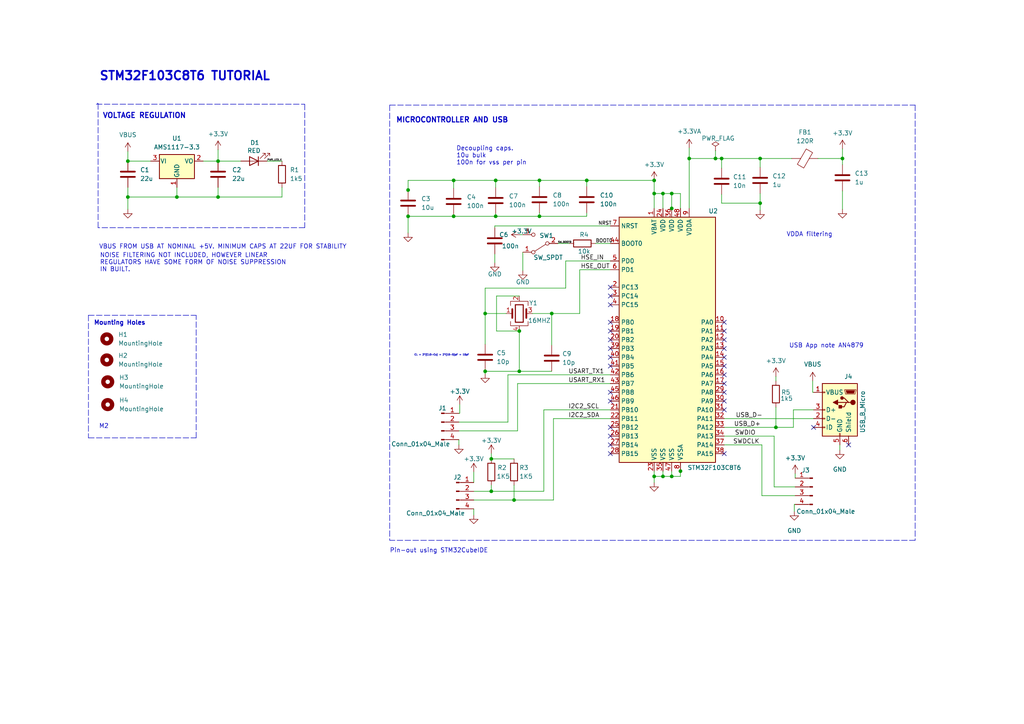
<source format=kicad_sch>
(kicad_sch (version 20211123) (generator eeschema)
  (paper "A4")
  (title_block (title "STM32F103C8T6 BOARD DESIGN") (date "12/08/2022") (company "GALLANT TECHNOLOGIES"))
  (lib_symbols
    (symbol "Connector:Conn_01x04_Male" (pin_names (offset 1.016) hide)
      (property "Reference" "J" (at 0 5.08 0))
      (property "Value" "Conn_01x04_Male" (at 0 -7.62 0))
      (symbol "Conn_01x04_Male_1_1"
        (polyline (pts (xy 1.27 -5.08) (xy 0.8636 -5.08)) (stroke (width 0.1524)))
        (polyline (pts (xy 1.27 -2.54) (xy 0.8636 -2.54)) (stroke (width 0.1524)))
        (polyline (pts (xy 1.27 0) (xy 0.8636 0)) (stroke (width 0.1524)))
        (polyline (pts (xy 1.27 2.54) (xy 0.8636 2.54)) (stroke (width 0.1524)))
        (rectangle (start 0.8636 -4.953) (end 0 -5.207) (stroke (width 0.1524)) (fill (type outline)))
        (rectangle (start 0.8636 -2.413) (end 0 -2.667) (stroke (width 0.1524)) (fill (type outline)))
        (rectangle (start 0.8636 0.127) (end 0 -0.127) (stroke (width 0.1524)) (fill (type outline)))
        (rectangle (start 0.8636 2.667) (end 0 2.413) (stroke (width 0.1524)) (fill (type outline)))
        (pin passive line (at 5.08 2.54 180) (length 3.81) (name "Pin_1") (number "1"))
        (pin passive line (at 5.08 0 180) (length 3.81) (name "Pin_2") (number "2"))
        (pin passive line (at 5.08 -2.54 180) (length 3.81) (name "Pin_3") (number "3"))
        (pin passive line (at 5.08 -5.08 180) (length 3.81) (name "Pin_4") (number "4"))
      )
    )
    (symbol "Connector:USB_B_Micro" (pin_names (offset 1.016))
      (property "Reference" "J" (at -5.08 11.43 0))
      (property "Value" "USB_B_Micro" (at -5.08 8.89 0))
      (symbol "USB_B_Micro_0_1"
        (rectangle (start -5.08 -7.62) (end 5.08 7.62) (stroke (width 0.254)) (fill (type background)))
        (circle (center -3.81 2.159) (radius 0.635) (stroke (width 0.254)) (fill (type outline)))
        (circle (center -0.635 3.429) (radius 0.381) (stroke (width 0.254)) (fill (type outline)))
        (rectangle (start -0.127 -7.62) (end 0.127 -6.858))
        (polyline (pts (xy -1.905 2.159) (xy 0.635 2.159)) (stroke (width 0.254)))
        (polyline (pts (xy -3.175 2.159) (xy -2.54 2.159) (xy -1.27 3.429) (xy -0.635 3.429)) (stroke (width 0.254)))
        (polyline (pts (xy -2.54 2.159) (xy -1.905 2.159) (xy -1.27 0.889) (xy 0 0.889)) (stroke (width 0.254)))
        (polyline (pts (xy 0.635 2.794) (xy 0.635 1.524) (xy 1.905 2.159) (xy 0.635 2.794)) (stroke (width 0.254)) (fill (type outline)))
        (polyline (pts (xy -4.318 5.588) (xy -1.778 5.588) (xy -2.032 4.826) (xy -4.064 4.826) (xy -4.318 5.588)) (fill (type outline)))
        (polyline (pts (xy -4.699 5.842) (xy -4.699 5.588) (xy -4.445 4.826) (xy -4.445 4.572) (xy -1.651 4.572) (xy -1.651 4.826) (xy -1.397 5.588) (xy -1.397 5.842) (xy -4.699 5.842)))
        (rectangle (start 0.254 1.27) (end -0.508 0.508) (stroke (width 0.254)) (fill (type outline)))
        (rectangle (start 5.08 -5.207) (end 4.318 -4.953))
        (rectangle (start 5.08 -2.667) (end 4.318 -2.413))
        (rectangle (start 5.08 -0.127) (end 4.318 0.127))
        (rectangle (start 5.08 4.953) (end 4.318 5.207))
      )
      (symbol "USB_B_Micro_1_1"
        (pin power_out line (at 7.62 5.08 180) (length 2.54) (name "VBUS") (number "1"))
        (pin bidirectional line (at 7.62 -2.54 180) (length 2.54) (name "D-") (number "2"))
        (pin bidirectional line (at 7.62 0 180) (length 2.54) (name "D+") (number "3"))
        (pin passive line (at 7.62 -5.08 180) (length 2.54) (name "ID") (number "4"))
        (pin power_out line (at 0 -10.16 90) (length 2.54) (name "GND") (number "5"))
        (pin passive line (at -2.54 -10.16 90) (length 2.54) (name "Shield") (number "6"))
      )
    )
    (symbol "Device:C" (pin_numbers hide) (pin_names (offset 0.254))
      (property "Reference" "C" (at 0.635 2.54 0))
      (property "Value" "C" (at 0.635 -2.54 0))
      (symbol "C_0_1"
        (polyline (pts (xy -2.032 -0.762) (xy 2.032 -0.762)) (stroke (width 0.508)))
        (polyline (pts (xy -2.032 0.762) (xy 2.032 0.762)) (stroke (width 0.508)))
      )
      (symbol "C_1_1"
        (pin passive line (at 0 3.81 270) (length 2.794) (name "~") (number "1"))
        (pin passive line (at 0 -3.81 90) (length 2.794) (name "~") (number "2"))
      )
    )
    (symbol "Device:Crystal_GND24" (pin_names (offset 1.016) hide)
      (property "Reference" "Y" (at 3.175 5.08 0))
      (property "Value" "Crystal_GND24" (at 3.175 3.175 0))
      (symbol "Crystal_GND24_0_1"
        (rectangle (start -1.143 2.54) (end 1.143 -2.54) (stroke (width 0.3048)))
        (polyline (pts (xy -2.54 0) (xy -2.032 0)))
        (polyline (pts (xy -2.032 -1.27) (xy -2.032 1.27)) (stroke (width 0.508)))
        (polyline (pts (xy 0 -3.81) (xy 0 -3.556)))
        (polyline (pts (xy 0 3.556) (xy 0 3.81)))
        (polyline (pts (xy 2.032 -1.27) (xy 2.032 1.27)) (stroke (width 0.508)))
        (polyline (pts (xy 2.032 0) (xy 2.54 0)))
        (polyline (pts (xy -2.54 -2.286) (xy -2.54 -3.556) (xy 2.54 -3.556) (xy 2.54 -2.286)))
        (polyline (pts (xy -2.54 2.286) (xy -2.54 3.556) (xy 2.54 3.556) (xy 2.54 2.286)))
      )
      (symbol "Crystal_GND24_1_1"
        (pin passive line (at -3.81 0 0) (length 1.27) (name "1") (number "1"))
        (pin passive line (at 0 5.08 270) (length 1.27) (name "2") (number "2"))
        (pin passive line (at 3.81 0 180) (length 1.27) (name "3") (number "3"))
        (pin passive line (at 0 -5.08 90) (length 1.27) (name "4") (number "4"))
      )
    )
    (symbol "Device:FerriteBead" (pin_numbers hide) (pin_names (offset 0))
      (property "Reference" "FB" (at -3.81 0.635 90))
      (property "Value" "FerriteBead" (at 3.81 0 90))
      (symbol "FerriteBead_0_1"
        (polyline (pts (xy 0 -1.27) (xy 0 -1.2192)))
        (polyline (pts (xy 0 1.27) (xy 0 1.2954)))
        (polyline (pts (xy -2.7686 0.4064) (xy -1.7018 2.2606) (xy 2.7686 -0.3048) (xy 1.6764 -2.159) (xy -2.7686 0.4064)))
      )
      (symbol "FerriteBead_1_1"
        (pin passive line (at 0 3.81 270) (length 2.54) (name "~") (number "1"))
        (pin passive line (at 0 -3.81 90) (length 2.54) (name "~") (number "2"))
      )
    )
    (symbol "Device:LED" (pin_numbers hide) (pin_names (offset 1.016) hide)
      (property "Reference" "D" (at 0 2.54 0))
      (property "Value" "LED" (at 0 -2.54 0))
      (symbol "LED_0_1"
        (polyline (pts (xy -1.27 -1.27) (xy -1.27 1.27)) (stroke (width 0.254)))
        (polyline (pts (xy -1.27 0) (xy 1.27 0)))
        (polyline (pts (xy 1.27 -1.27) (xy 1.27 1.27) (xy -1.27 0) (xy 1.27 -1.27)) (stroke (width 0.254)))
        (polyline (pts (xy -3.048 -0.762) (xy -4.572 -2.286) (xy -3.81 -2.286) (xy -4.572 -2.286) (xy -4.572 -1.524)))
        (polyline (pts (xy -1.778 -0.762) (xy -3.302 -2.286) (xy -2.54 -2.286) (xy -3.302 -2.286) (xy -3.302 -1.524)))
      )
      (symbol "LED_1_1"
        (pin passive line (at -3.81 0 0) (length 2.54) (name "K") (number "1"))
        (pin passive line (at 3.81 0 180) (length 2.54) (name "A") (number "2"))
      )
    )
    (symbol "Device:R" (pin_numbers hide) (pin_names (offset 0))
      (property "Reference" "R" (at 2.032 0 90))
      (property "Value" "R" (at 0 0 90))
      (symbol "R_0_1"
        (rectangle (start -1.016 -2.54) (end 1.016 2.54) (stroke (width 0.254)))
      )
      (symbol "R_1_1"
        (pin passive line (at 0 3.81 270) (length 1.27) (name "~") (number "1"))
        (pin passive line (at 0 -3.81 90) (length 1.27) (name "~") (number "2"))
      )
    )
    (symbol "MCU_ST_STM32F1:STM32F103C8Tx"
      (property "Reference" "U" (at -15.24 36.83 0))
      (property "Value" "STM32F103C8Tx" (at 7.62 36.83 0))
      (symbol "STM32F103C8Tx_0_1"
        (rectangle (start -15.24 -35.56) (end 12.7 35.56) (stroke (width 0.254)) (fill (type background)))
      )
      (symbol "STM32F103C8Tx_1_1"
        (pin power_in line (at -5.08 38.1 270) (length 2.54) (name "VBAT") (number "1"))
        (pin bidirectional line (at 15.24 5.08 180) (length 2.54) (name "PA0") (number "10"))
        (pin bidirectional line (at 15.24 2.54 180) (length 2.54) (name "PA1") (number "11"))
        (pin bidirectional line (at 15.24 0 180) (length 2.54) (name "PA2") (number "12"))
        (pin bidirectional line (at 15.24 -2.54 180) (length 2.54) (name "PA3") (number "13"))
        (pin bidirectional line (at 15.24 -5.08 180) (length 2.54) (name "PA4") (number "14"))
        (pin bidirectional line (at 15.24 -7.62 180) (length 2.54) (name "PA5") (number "15"))
        (pin bidirectional line (at 15.24 -10.16 180) (length 2.54) (name "PA6") (number "16"))
        (pin bidirectional line (at 15.24 -12.7 180) (length 2.54) (name "PA7") (number "17"))
        (pin bidirectional line (at -17.78 5.08 0) (length 2.54) (name "PB0") (number "18"))
        (pin bidirectional line (at -17.78 2.54 0) (length 2.54) (name "PB1") (number "19"))
        (pin bidirectional line (at -17.78 15.24 0) (length 2.54) (name "PC13") (number "2"))
        (pin bidirectional line (at -17.78 0 0) (length 2.54) (name "PB2") (number "20"))
        (pin bidirectional line (at -17.78 -20.32 0) (length 2.54) (name "PB10") (number "21"))
        (pin bidirectional line (at -17.78 -22.86 0) (length 2.54) (name "PB11") (number "22"))
        (pin power_in line (at -5.08 -38.1 90) (length 2.54) (name "VSS") (number "23"))
        (pin power_in line (at -2.54 38.1 270) (length 2.54) (name "VDD") (number "24"))
        (pin bidirectional line (at -17.78 -25.4 0) (length 2.54) (name "PB12") (number "25"))
        (pin bidirectional line (at -17.78 -27.94 0) (length 2.54) (name "PB13") (number "26"))
        (pin bidirectional line (at -17.78 -30.48 0) (length 2.54) (name "PB14") (number "27"))
        (pin bidirectional line (at -17.78 -33.02 0) (length 2.54) (name "PB15") (number "28"))
        (pin bidirectional line (at 15.24 -15.24 180) (length 2.54) (name "PA8") (number "29"))
        (pin bidirectional line (at -17.78 12.7 0) (length 2.54) (name "PC14") (number "3"))
        (pin bidirectional line (at 15.24 -17.78 180) (length 2.54) (name "PA9") (number "30"))
        (pin bidirectional line (at 15.24 -20.32 180) (length 2.54) (name "PA10") (number "31"))
        (pin bidirectional line (at 15.24 -22.86 180) (length 2.54) (name "PA11") (number "32"))
        (pin bidirectional line (at 15.24 -25.4 180) (length 2.54) (name "PA12") (number "33"))
        (pin bidirectional line (at 15.24 -27.94 180) (length 2.54) (name "PA13") (number "34"))
        (pin power_in line (at -2.54 -38.1 90) (length 2.54) (name "VSS") (number "35"))
        (pin power_in line (at 0 38.1 270) (length 2.54) (name "VDD") (number "36"))
        (pin bidirectional line (at 15.24 -30.48 180) (length 2.54) (name "PA14") (number "37"))
        (pin bidirectional line (at 15.24 -33.02 180) (length 2.54) (name "PA15") (number "38"))
        (pin bidirectional line (at -17.78 -2.54 0) (length 2.54) (name "PB3") (number "39"))
        (pin bidirectional line (at -17.78 10.16 0) (length 2.54) (name "PC15") (number "4"))
        (pin bidirectional line (at -17.78 -5.08 0) (length 2.54) (name "PB4") (number "40"))
        (pin bidirectional line (at -17.78 -7.62 0) (length 2.54) (name "PB5") (number "41"))
        (pin bidirectional line (at -17.78 -10.16 0) (length 2.54) (name "PB6") (number "42"))
        (pin bidirectional line (at -17.78 -12.7 0) (length 2.54) (name "PB7") (number "43"))
        (pin input line (at -17.78 27.94 0) (length 2.54) (name "BOOT0") (number "44"))
        (pin bidirectional line (at -17.78 -15.24 0) (length 2.54) (name "PB8") (number "45"))
        (pin bidirectional line (at -17.78 -17.78 0) (length 2.54) (name "PB9") (number "46"))
        (pin power_in line (at 0 -38.1 90) (length 2.54) (name "VSS") (number "47"))
        (pin power_in line (at 2.54 38.1 270) (length 2.54) (name "VDD") (number "48"))
        (pin input line (at -17.78 22.86 0) (length 2.54) (name "PD0") (number "5"))
        (pin input line (at -17.78 20.32 0) (length 2.54) (name "PD1") (number "6"))
        (pin input line (at -17.78 33.02 0) (length 2.54) (name "NRST") (number "7"))
        (pin power_in line (at 2.54 -38.1 90) (length 2.54) (name "VSSA") (number "8"))
        (pin power_in line (at 5.08 38.1 270) (length 2.54) (name "VDDA") (number "9"))
      )
    )
    (symbol "Mechanical:MountingHole" (pin_names (offset 1.016))
      (property "Reference" "H" (at 0 5.08 0))
      (property "Value" "MountingHole" (at 0 3.175 0))
      (symbol "MountingHole_0_1"
        (circle (center 0 0) (radius 1.27) (stroke (width 1.27)))
      )
    )
    (symbol "Regulator_Linear:AMS1117-3.3" (pin_names (offset 0.254))
      (property "Reference" "U" (at -3.81 3.175 0))
      (property "Value" "AMS1117-3.3" (at 0 3.175 0))
      (symbol "AMS1117-3.3_0_1"
        (rectangle (start -5.08 -5.08) (end 5.08 1.905) (stroke (width 0.254)) (fill (type background)))
      )
      (symbol "AMS1117-3.3_1_1"
        (pin power_in line (at 0 -7.62 90) (length 2.54) (name "GND") (number "1"))
        (pin power_out line (at 7.62 0 180) (length 2.54) (name "VO") (number "2"))
        (pin power_in line (at -7.62 0 0) (length 2.54) (name "VI") (number "3"))
      )
    )
    (symbol "Switch:SW_SPDT" (pin_names (offset 0) hide)
      (property "Reference" "SW" (at 0 4.318 0))
      (property "Value" "SW_SPDT" (at 0 -5.08 0))
      (symbol "SW_SPDT_0_0"
        (circle (center -2.032 0) (radius 0.508))
        (circle (center 2.032 -2.54) (radius 0.508))
      )
      (symbol "SW_SPDT_0_1"
        (polyline (pts (xy -1.524 0.254) (xy 1.651 2.286)))
        (circle (center 2.032 2.54) (radius 0.508))
      )
      (symbol "SW_SPDT_1_1"
        (pin passive line (at 5.08 2.54 180) (length 2.54) (name "A") (number "1"))
        (pin passive line (at -5.08 0 0) (length 2.54) (name "B") (number "2"))
        (pin passive line (at 5.08 -2.54 180) (length 2.54) (name "C") (number "3"))
      )
    )
    (symbol "power:+3.3V" (power) (pin_names (offset 0))
      (property "Value" "+3.3V" (at 0 3.556 0))
      (symbol "+3.3V_0_1"
        (polyline (pts (xy -0.762 1.27) (xy 0 2.54)))
        (polyline (pts (xy 0 0) (xy 0 2.54)))
        (polyline (pts (xy 0 2.54) (xy 0.762 1.27)))
      )
      (symbol "+3.3V_1_1"
        (pin power_in line (at 0 0 90) (length 0) hide (name "+3.3V") (number "1"))
      )
    )
    (symbol "power:+3.3VA" (power) (pin_names (offset 0))
      (property "Value" "+3.3VA" (at 0 3.556 0))
      (symbol "+3.3VA_0_1"
        (polyline (pts (xy -0.762 1.27) (xy 0 2.54)))
        (polyline (pts (xy 0 0) (xy 0 2.54)))
        (polyline (pts (xy 0 2.54) (xy 0.762 1.27)))
      )
      (symbol "+3.3VA_1_1"
        (pin power_in line (at 0 0 90) (length 0) hide (name "+3.3VA") (number "1"))
      )
    )
    (symbol "power:GND" (power) (pin_names (offset 0))
      (property "Value" "GND" (at 0 -3.81 0))
      (symbol "GND_0_1"
        (polyline (pts (xy 0 0) (xy 0 -1.27) (xy 1.27 -1.27) (xy 0 -2.54) (xy -1.27 -1.27) (xy 0 -1.27)))
      )
      (symbol "GND_1_1"
        (pin power_in line (at 0 0 270) (length 0) hide (name "GND") (number "1"))
      )
    )
    (symbol "power:PWR_FLAG" (power) (pin_numbers hide) (pin_names (offset 0) hide)
      (property "Value" "PWR_FLAG" (at 0 3.81 0))
      (symbol "PWR_FLAG_0_0"
        (pin power_out line (at 0 0 90) (length 0) (name "pwr") (number "1"))
      )
      (symbol "PWR_FLAG_0_1"
        (polyline (pts (xy 0 0) (xy 0 1.27) (xy -1.016 1.905) (xy 0 2.54) (xy 1.016 1.905) (xy 0 1.27)))
      )
    )
    (symbol "power:VBUS" (power) (pin_names (offset 0))
      (property "Value" "VBUS" (at 0 3.81 0))
      (symbol "VBUS_0_1"
        (polyline (pts (xy -0.762 1.27) (xy 0 2.54)))
        (polyline (pts (xy 0 0) (xy 0 2.54)))
        (polyline (pts (xy 0 2.54) (xy 0.762 1.27)))
      )
      (symbol "VBUS_1_1"
        (pin power_in line (at 0 0 90) (length 0) hide (name "VBUS") (number "1"))
      )
    )
  )
  (junction (at 142.494 142.494))
  (junction (at 192.278 56.134))
  (junction (at 143.764 52.324))
  (junction (at 131.572 52.324))
  (junction (at 194.818 138.176))
  (junction (at 220.472 58.928))
  (junction (at 37.084 57.15))
  (junction (at 199.898 45.974))
  (junction (at 194.818 60.452))
  (junction (at 63.246 46.736))
  (junction (at 156.464 62.738))
  (junction (at 225.044 123.952))
  (junction (at 170.18 52.324))
  (junction (at 189.738 56.134))
  (junction (at 189.738 52.324))
  (junction (at 150.622 107.696))
  (junction (at 63.246 57.15))
  (junction (at 244.348 45.974))
  (junction (at 197.358 136.652))
  (junction (at 51.308 57.15))
  (junction (at 131.572 62.738))
  (junction (at 150.622 96.012))
  (junction (at 149.098 145.034))
  (junction (at 140.716 90.932))
  (junction (at 194.818 56.134))
  (junction (at 118.364 55.118))
  (junction (at 192.278 138.176))
  (junction (at 156.464 52.324))
  (junction (at 220.472 45.974))
  (junction (at 142.494 133.096))
  (junction (at 37.084 46.736))
  (junction (at 209.296 45.974))
  (junction (at 143.764 62.738))
  (junction (at 118.364 62.738))
  (junction (at 189.738 138.176))
  (junction (at 160.02 90.932))
  (junction (at 140.716 107.696))
  (junction (at 207.518 45.974))
  (no_connect (at 177.038 93.472))
  (no_connect (at 246.126 129.032))
  (no_connect (at 177.038 131.572))
  (no_connect (at 177.038 116.332))
  (no_connect (at 177.038 96.012))
  (no_connect (at 210.058 98.552))
  (no_connect (at 177.038 101.092))
  (no_connect (at 177.038 106.172))
  (no_connect (at 177.038 83.312))
  (no_connect (at 177.038 88.392))
  (no_connect (at 177.038 123.952))
  (no_connect (at 177.038 113.792))
  (no_connect (at 210.058 108.712))
  (no_connect (at 210.058 118.872))
  (no_connect (at 177.038 126.492))
  (no_connect (at 210.058 101.092))
  (no_connect (at 210.058 113.792))
  (no_connect (at 177.038 129.032))
  (no_connect (at 235.966 123.952))
  (no_connect (at 210.058 103.632))
  (no_connect (at 210.058 93.472))
  (no_connect (at 210.058 131.572))
  (no_connect (at 210.058 116.332))
  (no_connect (at 177.038 85.852))
  (no_connect (at 210.058 106.172))
  (no_connect (at 177.038 98.552))
  (no_connect (at 210.058 111.252))
  (no_connect (at 177.038 103.632))
  (no_connect (at 210.058 96.012))
  (wire (pts (xy 63.246 57.15) (xy 63.246 54.356)))
  (wire (pts (xy 156.464 52.324) (xy 143.764 52.324)))
  (wire (pts (xy 160.02 90.932) (xy 160.02 100.076)))
  (wire (pts (xy 144.018 85.852) (xy 144.018 96.012)))
  (wire (pts (xy 189.738 136.652) (xy 189.738 138.176)))
  (wire (pts (xy 189.738 56.134) (xy 192.278 56.134)))
  (wire (pts (xy 244.348 43.18) (xy 244.348 45.974)))
  (wire (pts (xy 210.058 129.032) (xy 220.98 129.032)))
  (wire (pts (xy 194.818 138.176) (xy 197.358 138.176)))
  (wire (pts (xy 197.358 138.176) (xy 197.358 136.652)))
  (wire (pts (xy 164.084 75.692) (xy 177.038 75.692)))
  (polyline (pts (xy 56.896 127) (xy 56.896 91.44)))
  (wire (pts (xy 37.084 43.942) (xy 37.084 46.736)))
  (wire (pts (xy 142.494 140.716) (xy 142.494 142.494)))
  (wire (pts (xy 220.472 45.974) (xy 229.616 45.974)))
  (wire (pts (xy 230.632 143.764) (xy 220.98 143.764)))
  (wire (pts (xy 81.788 54.356) (xy 81.788 57.15)))
  (wire (pts (xy 189.738 138.176) (xy 192.278 138.176)))
  (wire (pts (xy 142.494 142.494) (xy 137.414 142.494)))
  (wire (pts (xy 143.764 62.738) (xy 156.464 62.738)))
  (wire (pts (xy 207.518 45.974) (xy 209.296 45.974)))
  (wire (pts (xy 192.278 138.176) (xy 194.818 138.176)))
  (wire (pts (xy 192.278 56.134) (xy 194.818 56.134)))
  (wire (pts (xy 194.818 56.134) (xy 194.818 60.452)))
  (wire (pts (xy 164.084 83.566) (xy 164.084 75.692)))
  (wire (pts (xy 137.414 136.906) (xy 137.414 139.954)))
  (wire (pts (xy 51.308 54.356) (xy 51.308 57.15)))
  (polyline (pts (xy 28.448 29.972) (xy 28.194 29.972)))
  (wire (pts (xy 209.296 45.974) (xy 220.472 45.974)))
  (wire (pts (xy 143.764 52.324) (xy 143.764 54.356)))
  (wire (pts (xy 150.114 111.252) (xy 177.038 111.252)))
  (wire (pts (xy 118.364 55.118) (xy 118.364 55.372)))
  (wire (pts (xy 150.622 96.012) (xy 150.622 107.696)))
  (wire (pts (xy 170.18 52.324) (xy 170.18 54.102)))
  (wire (pts (xy 157.734 118.872) (xy 157.734 142.494)))
  (polyline (pts (xy 27.94 30.226) (xy 88.392 30.226)))
  (polyline (pts (xy 28.448 66.04) (xy 28.448 29.972)))
  (polyline (pts (xy 25.654 91.44) (xy 56.896 91.44)))
  (wire (pts (xy 230.378 146.304) (xy 230.632 146.304)))
  (wire (pts (xy 224.536 126.492) (xy 224.536 141.224)))
  (wire (pts (xy 207.518 43.688) (xy 207.518 45.974)))
  (wire (pts (xy 118.364 62.738) (xy 118.364 67.564)))
  (wire (pts (xy 225.044 123.952) (xy 230.124 123.952)))
  (wire (pts (xy 189.738 56.134) (xy 189.738 60.452)))
  (wire (pts (xy 199.898 42.926) (xy 199.898 45.974)))
  (wire (pts (xy 151.638 73.152) (xy 151.638 78.486)))
  (wire (pts (xy 63.246 43.434) (xy 63.246 46.736)))
  (wire (pts (xy 172.72 70.612) (xy 177.038 70.612)))
  (wire (pts (xy 143.764 52.324) (xy 131.572 52.324)))
  (wire (pts (xy 210.058 126.492) (xy 224.536 126.492)))
  (wire (pts (xy 160.528 121.412) (xy 177.038 121.412)))
  (wire (pts (xy 170.18 52.324) (xy 156.464 52.324)))
  (wire (pts (xy 150.114 111.252) (xy 150.114 124.968)))
  (wire (pts (xy 150.114 124.968) (xy 133.096 124.968)))
  (wire (pts (xy 220.472 58.928) (xy 220.472 60.96)))
  (wire (pts (xy 225.044 109.22) (xy 225.044 110.49)))
  (wire (pts (xy 118.364 52.324) (xy 118.364 55.118)))
  (wire (pts (xy 244.348 55.372) (xy 244.348 60.706)))
  (wire (pts (xy 235.966 118.872) (xy 230.124 118.872)))
  (wire (pts (xy 131.572 62.23) (xy 131.572 62.738)))
  (wire (pts (xy 168.148 90.932) (xy 168.148 78.232)))
  (wire (pts (xy 189.992 52.324) (xy 189.738 52.324)))
  (wire (pts (xy 189.738 52.324) (xy 170.18 52.324)))
  (wire (pts (xy 150.622 85.852) (xy 144.018 85.852)))
  (wire (pts (xy 133.35 117.348) (xy 133.35 119.888)))
  (wire (pts (xy 157.734 142.494) (xy 142.494 142.494)))
  (wire (pts (xy 140.716 107.696) (xy 140.716 107.442)))
  (wire (pts (xy 160.02 90.932) (xy 168.148 90.932)))
  (wire (pts (xy 209.296 56.388) (xy 209.296 58.928)))
  (polyline (pts (xy 25.654 91.44) (xy 25.654 127)))
  (wire (pts (xy 160.02 107.696) (xy 150.622 107.696)))
  (wire (pts (xy 235.712 113.792) (xy 235.966 113.792)))
  (polyline (pts (xy 265.43 30.48) (xy 265.43 156.718)))
  (wire (pts (xy 237.236 45.974) (xy 244.348 45.974)))
  (wire (pts (xy 37.084 57.15) (xy 51.308 57.15)))
  (wire (pts (xy 118.364 62.738) (xy 131.572 62.738)))
  (wire (pts (xy 230.632 141.224) (xy 224.536 141.224)))
  (wire (pts (xy 140.716 90.932) (xy 140.716 99.822)))
  (wire (pts (xy 154.432 90.932) (xy 160.02 90.932)))
  (wire (pts (xy 149.098 140.716) (xy 149.098 145.034)))
  (wire (pts (xy 160.528 121.412) (xy 160.528 145.034)))
  (wire (pts (xy 194.818 60.452) (xy 194.818 60.706)))
  (wire (pts (xy 143.764 61.976) (xy 143.764 62.738)))
  (wire (pts (xy 149.098 145.034) (xy 137.414 145.034)))
  (polyline (pts (xy 113.03 30.48) (xy 265.43 30.48)))
  (wire (pts (xy 220.472 45.974) (xy 220.472 48.514)))
  (wire (pts (xy 140.716 83.566) (xy 164.084 83.566)))
  (wire (pts (xy 209.296 45.974) (xy 209.296 48.768)))
  (wire (pts (xy 150.622 107.696) (xy 140.716 107.696)))
  (wire (pts (xy 189.738 138.176) (xy 189.738 139.954)))
  (wire (pts (xy 225.044 118.11) (xy 225.044 123.952)))
  (wire (pts (xy 157.734 118.872) (xy 177.038 118.872)))
  (wire (pts (xy 168.148 78.232) (xy 177.038 78.232)))
  (polyline (pts (xy 88.392 30.226) (xy 88.392 66.04)))
  (wire (pts (xy 131.572 52.324) (xy 131.572 54.61)))
  (wire (pts (xy 63.246 57.15) (xy 81.788 57.15)))
  (wire (pts (xy 147.32 122.428) (xy 133.096 122.428)))
  (wire (pts (xy 142.494 133.096) (xy 149.098 133.096)))
  (wire (pts (xy 131.572 62.738) (xy 143.764 62.738)))
  (wire (pts (xy 144.018 96.012) (xy 150.622 96.012)))
  (wire (pts (xy 131.572 52.324) (xy 118.364 52.324)))
  (wire (pts (xy 243.586 129.032) (xy 243.586 130.556)))
  (wire (pts (xy 194.818 136.652) (xy 194.818 138.176)))
  (polyline (pts (xy 113.03 30.48) (xy 113.03 156.718)))
  (wire (pts (xy 140.716 90.932) (xy 140.716 83.566)))
  (wire (pts (xy 199.898 60.452) (xy 199.898 45.974)))
  (wire (pts (xy 156.464 61.722) (xy 156.464 62.738)))
  (wire (pts (xy 230.378 146.304) (xy 230.378 148.336)))
  (wire (pts (xy 192.278 56.134) (xy 192.278 60.452)))
  (wire (pts (xy 197.358 136.652) (xy 197.358 136.398)))
  (wire (pts (xy 142.494 131.572) (xy 142.494 133.096)))
  (polyline (pts (xy 88.392 66.04) (xy 28.448 66.04)))
  (wire (pts (xy 58.928 46.736) (xy 63.246 46.736)))
  (wire (pts (xy 160.528 145.034) (xy 149.098 145.034)))
  (wire (pts (xy 143.51 65.532) (xy 177.038 65.532)))
  (wire (pts (xy 161.798 70.612) (xy 165.1 70.612)))
  (wire (pts (xy 140.716 107.696) (xy 140.716 108.458)))
  (wire (pts (xy 230.632 137.414) (xy 230.632 138.684)))
  (wire (pts (xy 197.358 56.134) (xy 197.358 60.452)))
  (wire (pts (xy 235.712 110.49) (xy 235.712 113.792)))
  (wire (pts (xy 133.35 119.888) (xy 133.096 119.888)))
  (wire (pts (xy 230.124 118.872) (xy 230.124 123.952)))
  (wire (pts (xy 210.058 121.412) (xy 235.966 121.412)))
  (wire (pts (xy 156.464 62.738) (xy 170.18 62.738)))
  (wire (pts (xy 192.278 136.652) (xy 192.278 138.176)))
  (polyline (pts (xy 25.654 127) (xy 56.896 127)))
  (wire (pts (xy 209.296 58.928) (xy 220.472 58.928)))
  (wire (pts (xy 143.51 73.66) (xy 143.51 76.2)))
  (wire (pts (xy 156.464 52.324) (xy 156.464 54.102)))
  (wire (pts (xy 210.058 123.952) (xy 225.044 123.952)))
  (wire (pts (xy 140.716 90.932) (xy 146.812 90.932)))
  (wire (pts (xy 77.47 46.736) (xy 81.788 46.736)))
  (wire (pts (xy 137.414 147.574) (xy 137.414 149.352)))
  (wire (pts (xy 37.084 54.356) (xy 37.084 57.15)))
  (polyline (pts (xy 265.43 156.718) (xy 113.03 156.718)))
  (wire (pts (xy 37.084 57.15) (xy 37.084 60.706)))
  (wire (pts (xy 194.818 56.134) (xy 197.358 56.134)))
  (wire (pts (xy 143.51 65.532) (xy 143.51 66.04)))
  (wire (pts (xy 147.32 108.712) (xy 147.32 122.428)))
  (wire (pts (xy 63.246 46.736) (xy 69.85 46.736)))
  (wire (pts (xy 170.18 61.722) (xy 170.18 62.738)))
  (wire (pts (xy 147.32 108.712) (xy 177.038 108.712)))
  (wire (pts (xy 51.308 57.15) (xy 63.246 57.15)))
  (wire (pts (xy 244.348 45.974) (xy 244.348 47.752)))
  (wire (pts (xy 189.738 52.324) (xy 189.738 56.134)))
  (wire (pts (xy 150.876 68.072) (xy 151.638 68.072)))
  (wire (pts (xy 220.98 129.032) (xy 220.98 143.764)))
  (wire (pts (xy 133.096 127.508) (xy 133.096 129.032)))
  (wire (pts (xy 37.084 46.736) (xy 43.688 46.736)))
  (wire (pts (xy 220.472 58.928) (xy 220.472 56.134)))
  (wire (pts (xy 199.898 45.974) (xy 207.518 45.974)))
  (text "VDDA filtering" (at 228.092 68.834 0) (effects (font (size 1.27 1.27)) (justify left bottom)))
  (text "MICROCONTROLLER AND USB" (at 114.808 35.814 0) (effects (font (size 1.5 1.5) (thickness 0.3) bold) (justify left bottom)))
  (text "Pin-out using STM32CubeIDE" (at 113.03 160.528 0) (effects (font (size 1.27 1.27)) (justify left bottom)))
  (text "Mounting Holes" (at 27.178 94.488 0) (effects (font (size 1.27 1.27) (thickness 0.254) bold) (justify left bottom)))
  (text "VOLTAGE REGULATION" (at 29.718 34.544 0) (effects (font (size 1.5 1.5) (thickness 0.3) bold) (justify left bottom)))
  (text "NOISE FILTERING NOT INCLUDED, HOWEVER LINEAR\nREGULATORS HAVE SOME FORM OF NOISE SUPPRESSION\nIN BUILT." (at 28.956 78.994 0) (effects (font (size 1.27 1.27)) (justify left bottom)))
  (text "CL = 2*(CLO-Cs) = 2*(10-5)pF = 10pF" (at 120.142 103.378 0) (effects (font (size 0.5 0.5)) (justify left bottom)))
  (text "USB App note AN4879" (at 228.854 101.092 0) (effects (font (size 1.27 1.27)) (justify left bottom)))
  (text "Decoupling caps.\n10u bulk\n100n for vss per pin" (at 132.334 48.006 0) (effects (font (size 1.27 1.27)) (justify left bottom)))
  (text "M2" (at 28.702 124.46 0) (effects (font (size 1.27 1.27)) (justify left bottom)))
  (text "VBUS FROM USB AT NOMINAL +5V. MINIMUM CAPS AT 22UF FOR STABILITY" (at 28.702 72.39 0) (effects (font (size 1.27 1.27)) (justify left bottom)))
  (text "STM32F103C8T6 TUTORIAL" (at 28.702 23.622 0) (effects (font (size 2.5 2.5) (thickness 0.5) bold) (justify left bottom)))
  (label "HSE_OUT" (at 168.402 78.232 0))
  (label "USB_D-" (at 213.36 121.412 0))
  (label "I2C2_SDA" (at 164.846 121.412 0))
  (label "SW_BOOT0" (at 161.798 70.612 0) (effects (font (size 0.5 0.5))))
  (label "PWR_LED_K" (at 77.47 46.736 0) (effects (font (size 0.5 0.5))))
  (label "NRST" (at 173.482 65.532 0) (effects (font (size 1 1))))
  (label "SWDIO" (at 213.106 126.492 0))
  (label "USB_D+" (at 212.852 123.952 0))
  (label "HSE_IN" (at 168.402 75.692 0))
  (label "USART_RX1" (at 164.846 111.252 0))
  (label "USART_TX1" (at 164.846 108.712 0))
  (label "BOOT0" (at 172.72 70.612 0) (effects (font (size 1 1))))
  (label "I2C2_SCL" (at 164.846 118.872 0))
  (label "SWDCLK" (at 212.598 129.032 0))
  (symbol (lib_id "Device:R") (at 225.044 114.3 0) (unit 1)
    (property "Reference" "R5" (at 226.568 113.792 0) (effects (justify left)))
    (property "Value" "1k5" (at 226.314 115.57 0) (effects (justify left)))
    (property "Footprint" "Resistor_SMD:R_0402_1005Metric" (effects hide))
  )
  (symbol (lib_id "Device:R") (at 81.788 50.546 0) (unit 1)
    (property "Reference" "R1" (at 84.074 49.2759 0) (effects (justify left)))
    (property "Value" "1k5" (at 84.074 51.8159 0) (effects (justify left)))
    (property "Footprint" "Resistor_SMD:R_0402_1005Metric" (effects hide))
  )
  (symbol (lib_id "power:GND") (at 37.084 60.706 0) (unit 1)
    (property "Reference" "#PWR02" (effects hide))
    (property "Value" "GND" (effects hide))
  )
  (symbol (lib_id "Device:C") (at 143.51 69.85 0) (unit 1)
    (property "Reference" "C6" (at 144.78 68.072 0) (effects (justify left)))
    (property "Value" "100n" (at 145.542 71.374 0) (effects (justify left)))
    (property "Footprint" "Capacitor_SMD:C_0402_1005Metric" (effects hide))
  )
  (symbol (lib_id "power:VBUS") (at 37.084 43.942 0) (unit 1)
    (property "Reference" "#PWR01" (effects hide))
    (property "Value" "VBUS" (at 37.084 39.116 0))
  )
  (symbol (lib_id "Device:R") (at 149.098 136.906 0) (unit 1)
    (property "Reference" "R3" (at 150.622 135.636 0) (effects (justify left)))
    (property "Value" "1K5" (at 150.622 138.176 0) (effects (justify left)))
    (property "Footprint" "Resistor_SMD:R_0402_1005Metric" (effects hide))
  )
  (symbol (lib_id "power:GND") (at 151.638 78.486 0) (unit 1)
    (property "Reference" "#PWR012" (effects hide))
    (property "Value" "GND" (at 151.638 81.788 0))
  )
  (symbol (lib_id "Connector:Conn_01x04_Male") (at 128.016 122.428 0) (unit 1)
    (property "Reference" "J1" (at 129.54 118.364 0) (effects (justify right)))
    (property "Value" "Conn_01x04_Male" (at 130.556 128.778 0) (effects (justify right)))
    (property "Footprint" "Connector_PinHeader_2.54mm:PinHeader_1x04_P2.54mm_Vertical" (effects hide))
  )
  (symbol (lib_id "power:+3.3V") (at 133.35 117.348 0) (unit 1)
    (property "Reference" "#PWR06" (effects hide))
    (property "Value" "+3.3V" (at 133.35 113.538 0))
  )
  (symbol (lib_id "power:+3.3V") (at 225.044 109.22 0) (unit 1)
    (property "Reference" "#PWR018" (effects hide))
    (property "Value" "+3.3V" (at 225.044 104.648 0))
  )
  (symbol (lib_id "power:+3.3V") (at 244.348 43.18 0) (unit 1)
    (property "Reference" "#PWR016" (effects hide))
    (property "Value" "+3.3V" (at 244.348 38.608 0))
  )
  (symbol (lib_id "power:GND") (at 140.716 108.458 0) (unit 1)
    (property "Reference" "#PWR09" (effects hide))
    (property "Value" "GND" (effects hide))
  )
  (symbol (lib_id "Mechanical:MountingHole") (at 31.242 110.744 0) (unit 1)
    (property "Reference" "H3" (at 34.544 109.4739 0) (effects (justify left)))
    (property "Value" "MountingHole" (at 34.544 112.0139 0) (effects (justify left)))
    (property "Footprint" "MountingHole:MountingHole_2.2mm_M2" (effects hide))
  )
  (symbol (lib_id "Device:Crystal_GND24") (at 150.622 90.932 0) (unit 1)
    (property "Reference" "Y1" (at 154.686 87.884 0))
    (property "Value" "16MHZ" (at 156.464 92.964 0))
    (property "Footprint" "Crystal:Crystal_SMD_3225-4Pin_3.2x2.5mm" (effects hide))
  )
  (symbol (lib_id "Device:C") (at 143.764 58.166 0) (unit 1)
    (property "Reference" "C7" (at 147.574 56.8959 0) (effects (justify left)))
    (property "Value" "100n" (at 147.574 59.4359 0) (effects (justify left)))
    (property "Footprint" "Capacitor_SMD:C_0402_1005Metric" (effects hide))
  )
  (symbol (lib_id "Mechanical:MountingHole") (at 30.988 98.298 0) (unit 1)
    (property "Reference" "H1" (at 34.29 97.0279 0) (effects (justify left)))
    (property "Value" "MountingHole" (at 34.29 99.5679 0) (effects (justify left)))
    (property "Footprint" "MountingHole:MountingHole_2.2mm_M2" (effects hide))
  )
  (symbol (lib_id "Device:C") (at 140.716 103.632 0) (unit 1)
    (property "Reference" "C5" (at 144.018 102.3619 0) (effects (justify left)))
    (property "Value" "10p" (at 144.018 104.9019 0) (effects (justify left)))
    (property "Footprint" "Capacitor_SMD:C_0402_1005Metric" (effects hide))
  )
  (symbol (lib_id "power:+3.3V") (at 189.738 52.324 0) (unit 1)
    (property "Reference" "#PWR014" (effects hide))
    (property "Value" "+3.3V" (at 189.738 47.752 0))
  )
  (symbol (lib_id "Device:C") (at 156.464 57.912 0) (unit 1)
    (property "Reference" "C8" (at 160.274 56.6419 0) (effects (justify left)))
    (property "Value" "100n" (at 160.274 59.1819 0) (effects (justify left)))
    (property "Footprint" "Capacitor_SMD:C_0402_1005Metric" (effects hide))
  )
  (symbol (lib_id "power:GND") (at 133.096 129.032 0) (unit 1)
    (property "Reference" "#PWR05" (effects hide))
    (property "Value" "GND" (effects hide))
  )
  (symbol (lib_id "power:GND") (at 244.348 60.706 0) (unit 1)
    (property "Reference" "#PWR024" (effects hide))
    (property "Value" "GND" (effects hide))
  )
  (symbol (lib_id "Device:R") (at 142.494 136.906 0) (unit 1)
    (property "Reference" "R2" (at 144.272 135.636 0) (effects (justify left)))
    (property "Value" "1K5" (at 144.018 138.176 0) (effects (justify left)))
    (property "Footprint" "Resistor_SMD:R_0402_1005Metric" (effects hide))
  )
  (symbol (lib_id "power:GND") (at 230.378 148.336 0) (unit 1)
    (property "Reference" "#PWR019" (effects hide))
    (property "Value" "GND" (at 230.378 153.924 0))
  )
  (symbol (lib_id "Regulator_Linear:AMS1117-3.3") (at 51.308 46.736 0) (unit 1)
    (property "Reference" "U1" (at 51.308 40.132 0))
    (property "Value" "AMS1117-3.3" (at 51.308 42.672 0))
    (property "Footprint" "Package_TO_SOT_SMD:SOT-223-3_TabPin2" (effects hide))
    (property "Datasheet" "http://www.advanced-monolithic.com/pdf/ds1117.pdf" (effects hide))
  )
  (symbol (lib_id "power:GND") (at 137.414 149.352 0) (unit 1)
    (property "Reference" "#PWR08" (effects hide))
    (property "Value" "GND" (effects hide))
  )
  (symbol (lib_id "power:GND") (at 243.586 130.556 0) (unit 1)
    (property "Reference" "#PWR022" (effects hide))
    (property "Value" "GND" (at 243.586 136.144 0))
  )
  (symbol (lib_id "Device:R") (at 168.91 70.612 90) (unit 1)
    (property "Reference" "R4" (at 169.418 68.072 90))
    (property "Value" "10k" (at 169.418 72.898 90))
    (property "Footprint" "Resistor_SMD:R_0402_1005Metric" (effects hide))
  )
  (symbol (lib_id "Device:C") (at 209.296 52.578 0) (unit 1)
    (property "Reference" "C11" (at 212.598 51.3079 0) (effects (justify left)))
    (property "Value" "10n" (at 212.598 53.8479 0) (effects (justify left)))
    (property "Footprint" "Capacitor_SMD:C_0402_1005Metric" (effects hide))
  )
  (symbol (lib_id "Device:C") (at 118.364 58.928 0) (unit 1)
    (property "Reference" "C3" (at 122.174 57.6579 0) (effects (justify left)))
    (property "Value" "10u" (at 122.174 60.1979 0) (effects (justify left)))
    (property "Footprint" "Capacitor_SMD:C_0603_1608Metric" (effects hide))
  )
  (symbol (lib_id "power:+3.3V") (at 137.414 136.906 0) (unit 1)
    (property "Reference" "#PWR07" (effects hide))
    (property "Value" "+3.3V" (at 137.414 133.096 0))
  )
  (symbol (lib_id "Connector:USB_B_Micro") (at 243.586 118.872 0) (mirror y) (unit 1)
    (property "Reference" "J4" (at 244.856 109.22 0) (effects (justify right)))
    (property "Value" "USB_B_Micro" (at 250.19 113.284 90) (effects (justify right)))
  )
  (symbol (lib_id "Device:C") (at 160.02 103.886 0) (unit 1)
    (property "Reference" "C9" (at 163.068 102.6159 0) (effects (justify left)))
    (property "Value" "10p" (at 163.068 105.1559 0) (effects (justify left)))
    (property "Footprint" "Capacitor_SMD:C_0402_1005Metric" (effects hide))
  )
  (symbol (lib_id "Mechanical:MountingHole") (at 31.242 117.348 0) (unit 1)
    (property "Reference" "H4" (at 34.544 116.0779 0) (effects (justify left)))
    (property "Value" "MountingHole" (at 34.544 118.6179 0) (effects (justify left)))
    (property "Footprint" "MountingHole:MountingHole_2.2mm_M2" (effects hide))
  )
  (symbol (lib_id "power:+3.3V") (at 142.494 131.572 0) (unit 1)
    (property "Reference" "#PWR010" (effects hide))
    (property "Value" "+3.3V" (at 142.494 127.762 0))
  )
  (symbol (lib_id "power:GND") (at 143.51 76.2 0) (unit 1)
    (property "Reference" "#PWR011" (effects hide))
    (property "Value" "GND" (at 143.51 79.502 0))
  )
  (symbol (lib_id "MCU_ST_STM32F1:STM32F103C8Tx") (at 194.818 98.552 0) (unit 1)
    (property "Reference" "U2" (at 205.486 61.214 0) (effects (justify left)))
    (property "Value" "STM32F103C8T6" (at 199.39 135.636 0) (effects (justify left)))
    (property "Footprint" "Package_QFP:LQFP-48_7x7mm_P0.5mm" (effects hide))
    (property "Datasheet" "http://www.st.com/st-web-ui/static/active/en/resource/technical/document/datasheet/CD00161566.pdf" (effects hide))
  )
  (symbol (lib_id "power:+3.3V") (at 150.876 68.072 90) (mirror x) (unit 1)
    (property "Reference" "#PWR013" (effects hide))
    (property "Value" "+3.3V" (at 148.336 67.056 90) (effects (justify right)))
  )
  (symbol (lib_id "power:+3.3V") (at 63.246 43.434 0) (unit 1)
    (property "Reference" "#PWR03" (effects hide))
    (property "Value" "+3.3V" (at 63.246 38.862 0))
  )
  (symbol (lib_id "Device:C") (at 63.246 50.546 0) (unit 1)
    (property "Reference" "C2" (at 67.31 49.2759 0) (effects (justify left)))
    (property "Value" "22u" (at 67.31 51.8159 0) (effects (justify left)))
    (property "Footprint" "Capacitor_SMD:C_0805_2012Metric" (effects hide))
  )
  (symbol (lib_id "Device:C") (at 244.348 51.562 0) (unit 1)
    (property "Reference" "C13" (at 247.904 50.2919 0) (effects (justify left)))
    (property "Value" "1u" (at 247.904 52.8319 0) (effects (justify left)))
    (property "Footprint" "Capacitor_SMD:C_0402_1005Metric" (effects hide))
  )
  (symbol (lib_id "Device:LED") (at 73.66 46.736 180) (unit 1)
    (property "Reference" "D1" (at 73.914 41.402 0))
    (property "Value" "RED" (at 73.66 43.688 0))
    (property "Footprint" "LED_SMD:LED_0603_1608Metric" (effects hide))
  )
  (symbol (lib_id "Switch:SW_SPDT") (at 156.718 70.612 180) (unit 1)
    (property "Reference" "SW1" (at 158.496 68.326 0))
    (property "Value" "SW_SPDT" (at 159.004 74.676 0))
    (property "Footprint" "Button_Switch_SMD:SW_SPDT_PCM12" (effects hide))
  )
  (symbol (lib_id "Device:C") (at 37.084 50.546 0) (unit 1)
    (property "Reference" "C1" (at 40.64 49.2759 0) (effects (justify left)))
    (property "Value" "22u" (at 40.64 51.8159 0) (effects (justify left)))
    (property "Footprint" "Capacitor_SMD:C_0805_2012Metric" (effects hide))
  )
  (symbol (lib_id "power:PWR_FLAG") (at 207.518 43.688 0) (unit 1)
    (property "Reference" "#FLG0101" (effects hide))
    (property "Value" "PWR_FLAG" (at 208.28 40.132 0))
  )
  (symbol (lib_id "Connector:Conn_01x04_Male") (at 235.712 141.224 0) (mirror y) (unit 1)
    (property "Reference" "J3" (at 233.68 136.398 0))
    (property "Value" "Conn_01x04_Male" (at 239.522 148.336 0))
    (property "Footprint" "Connector_PinHeader_2.54mm:PinHeader_1x04_P2.54mm_Vertical" (effects hide))
  )
  (symbol (lib_id "power:GND") (at 189.738 139.954 0) (unit 1)
    (property "Reference" "#PWR015" (effects hide))
    (property "Value" "GND" (effects hide))
  )
  (symbol (lib_id "power:+3.3V") (at 230.632 137.414 0) (unit 1)
    (property "Reference" "#PWR020" (effects hide))
    (property "Value" "+3.3V" (at 230.632 132.842 0))
  )
  (symbol (lib_id "power:GND") (at 118.364 67.564 0) (unit 1)
    (property "Reference" "#PWR04" (effects hide))
    (property "Value" "GND" (effects hide))
  )
  (symbol (lib_id "power:+3.3VA") (at 199.898 42.926 0) (unit 1)
    (property "Reference" "#PWR023" (effects hide))
    (property "Value" "+3.3VA" (at 199.898 38.1 0))
  )
  (symbol (lib_id "power:VBUS") (at 235.712 110.49 0) (unit 1)
    (property "Reference" "#PWR021" (effects hide))
    (property "Value" "VBUS" (at 235.712 105.664 0))
  )
  (symbol (lib_id "Device:C") (at 170.18 57.912 0) (unit 1)
    (property "Reference" "C10" (at 173.99 56.6419 0) (effects (justify left)))
    (property "Value" "100n" (at 173.99 59.1819 0) (effects (justify left)))
    (property "Footprint" "Capacitor_SMD:C_0402_1005Metric" (effects hide))
  )
  (symbol (lib_id "Connector:Conn_01x04_Male") (at 132.334 142.494 0) (unit 1)
    (property "Reference" "J2" (at 133.858 138.43 0) (effects (justify right)))
    (property "Value" "Conn_01x04_Male" (at 134.874 148.844 0) (effects (justify right)))
    (property "Footprint" "Connector_PinHeader_2.54mm:PinHeader_1x04_P2.54mm_Vertical" (effects hide))
  )
  (symbol (lib_id "Device:C") (at 131.572 58.42 0) (unit 1)
    (property "Reference" "C4" (at 135.382 57.1499 0) (effects (justify left)))
    (property "Value" "100n" (at 135.382 59.6899 0) (effects (justify left)))
    (property "Footprint" "Capacitor_SMD:C_0402_1005Metric" (effects hide))
  )
  (symbol (lib_id "Device:FerriteBead") (at 233.426 45.974 270) (unit 1)
    (property "Reference" "FB1" (at 233.4768 38.354 90))
    (property "Value" "120R" (at 233.4768 40.894 90))
    (property "Footprint" "Inductor_SMD:L_0603_1608Metric" (effects hide))
  )
  (symbol (lib_id "Mechanical:MountingHole") (at 30.988 104.394 0) (unit 1)
    (property "Reference" "H2" (at 34.29 103.1239 0) (effects (justify left)))
    (property "Value" "MountingHole" (at 34.29 105.6639 0) (effects (justify left)))
    (property "Footprint" "MountingHole:MountingHole_2.2mm_M2" (effects hide))
  )
  (symbol (lib_id "power:GND") (at 220.472 60.96 0) (unit 1)
    (property "Reference" "#PWR017" (effects hide))
    (property "Value" "GND" (effects hide))
  )
  (symbol (lib_id "Device:C") (at 220.472 52.324 0) (unit 1)
    (property "Reference" "C12" (at 224.028 51.0539 0) (effects (justify left)))
    (property "Value" "1u" (at 224.028 53.5939 0) (effects (justify left)))
    (property "Footprint" "Capacitor_SMD:C_0402_1005Metric" (effects hide))
  )
)
</source>
